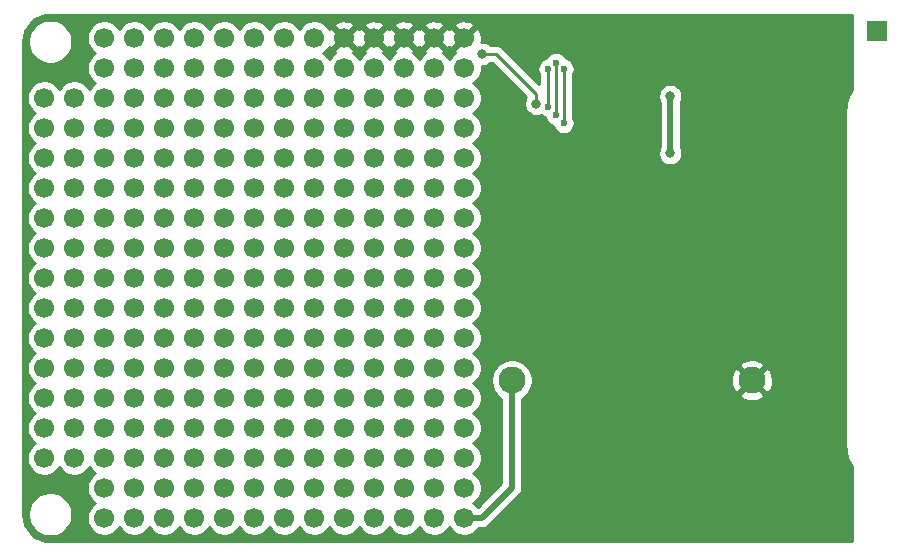
<source format=gbr>
G04 #@! TF.GenerationSoftware,KiCad,Pcbnew,5.1.8-db9833491~87~ubuntu20.04.1*
G04 #@! TF.CreationDate,2020-11-19T11:25:10+01:00*
G04 #@! TF.ProjectId,sally,73616c6c-792e-46b6-9963-61645f706362,v1.0*
G04 #@! TF.SameCoordinates,Original*
G04 #@! TF.FileFunction,Copper,L2,Bot*
G04 #@! TF.FilePolarity,Positive*
%FSLAX46Y46*%
G04 Gerber Fmt 4.6, Leading zero omitted, Abs format (unit mm)*
G04 Created by KiCad (PCBNEW 5.1.8-db9833491~87~ubuntu20.04.1) date 2020-11-19 11:25:10*
%MOMM*%
%LPD*%
G01*
G04 APERTURE LIST*
G04 #@! TA.AperFunction,ComponentPad*
%ADD10R,1.700000X1.700000*%
G04 #@! TD*
G04 #@! TA.AperFunction,ComponentPad*
%ADD11C,2.286000*%
G04 #@! TD*
G04 #@! TA.AperFunction,ComponentPad*
%ADD12C,1.700000*%
G04 #@! TD*
G04 #@! TA.AperFunction,ViaPad*
%ADD13C,0.800000*%
G04 #@! TD*
G04 #@! TA.AperFunction,ViaPad*
%ADD14C,0.600000*%
G04 #@! TD*
G04 #@! TA.AperFunction,Conductor*
%ADD15C,0.250000*%
G04 #@! TD*
G04 #@! TA.AperFunction,Conductor*
%ADD16C,0.500000*%
G04 #@! TD*
G04 #@! TA.AperFunction,Conductor*
%ADD17C,0.254000*%
G04 #@! TD*
G04 #@! TA.AperFunction,Conductor*
%ADD18C,0.100000*%
G04 #@! TD*
G04 APERTURE END LIST*
D10*
X183000000Y-82110000D03*
D11*
X172410000Y-111660000D03*
X152090000Y-111660000D03*
D12*
X145520000Y-115700000D03*
X145520000Y-118240000D03*
X145520000Y-123320000D03*
X145520000Y-113160000D03*
X145520000Y-120780000D03*
X142980000Y-113160000D03*
X142980000Y-118240000D03*
X142980000Y-115700000D03*
X142980000Y-120780000D03*
X142980000Y-123320000D03*
X140440000Y-113160000D03*
X137900000Y-123320000D03*
X137900000Y-120780000D03*
X140440000Y-118240000D03*
X137900000Y-113160000D03*
X140440000Y-115700000D03*
X137900000Y-118240000D03*
X140440000Y-120780000D03*
X137900000Y-115700000D03*
X140440000Y-123320000D03*
X127740000Y-120780000D03*
X135360000Y-113160000D03*
X127740000Y-115700000D03*
X130280000Y-118240000D03*
X132820000Y-123320000D03*
X130280000Y-113160000D03*
X132820000Y-120780000D03*
X127740000Y-113160000D03*
X135360000Y-118240000D03*
X130280000Y-115700000D03*
X132820000Y-113160000D03*
X127740000Y-123320000D03*
X135360000Y-115700000D03*
X132820000Y-118240000D03*
X135360000Y-120780000D03*
X130280000Y-123320000D03*
X132820000Y-115700000D03*
X130280000Y-120780000D03*
X127740000Y-118240000D03*
X135360000Y-123320000D03*
X117580000Y-113160000D03*
X120120000Y-120780000D03*
X117580000Y-115700000D03*
X112500000Y-113160000D03*
X120120000Y-115700000D03*
X115040000Y-113160000D03*
X122660000Y-118240000D03*
X125200000Y-123320000D03*
X122660000Y-113160000D03*
X125200000Y-120780000D03*
X120120000Y-113160000D03*
X122660000Y-115700000D03*
X125200000Y-113160000D03*
X120120000Y-123320000D03*
X125200000Y-118240000D03*
X122660000Y-123320000D03*
X125200000Y-115700000D03*
X112500000Y-115700000D03*
X122660000Y-120780000D03*
X120120000Y-118240000D03*
X115040000Y-115700000D03*
X148060000Y-123320000D03*
X115040000Y-103000000D03*
X120120000Y-105540000D03*
X120120000Y-87760000D03*
X122660000Y-108080000D03*
X112500000Y-103000000D03*
X122660000Y-90300000D03*
X112500000Y-92840000D03*
X125200000Y-103000000D03*
X120120000Y-95380000D03*
X122660000Y-110620000D03*
X122660000Y-82680000D03*
X125200000Y-105540000D03*
X125200000Y-87760000D03*
X120120000Y-110620000D03*
X125200000Y-100460000D03*
X125200000Y-90300000D03*
X112500000Y-108080000D03*
X117580000Y-108080000D03*
X125200000Y-85220000D03*
X122660000Y-103000000D03*
X115040000Y-105540000D03*
X117580000Y-95380000D03*
X125200000Y-95380000D03*
X125200000Y-97920000D03*
X115040000Y-95380000D03*
X112500000Y-110620000D03*
X120120000Y-100460000D03*
X125200000Y-108080000D03*
X112500000Y-95380000D03*
X120120000Y-92840000D03*
X117580000Y-97920000D03*
X120120000Y-85220000D03*
X120120000Y-97920000D03*
X112500000Y-105540000D03*
X122660000Y-100460000D03*
X125200000Y-110620000D03*
X117580000Y-105540000D03*
X122660000Y-105540000D03*
X122660000Y-97920000D03*
X115040000Y-97920000D03*
X115040000Y-90300000D03*
X125200000Y-92840000D03*
X122660000Y-92840000D03*
X117580000Y-92840000D03*
X115040000Y-100460000D03*
X120120000Y-103000000D03*
X122660000Y-95380000D03*
X115040000Y-110620000D03*
X117580000Y-110620000D03*
X122660000Y-85220000D03*
X120120000Y-90300000D03*
X112500000Y-90300000D03*
X112500000Y-100460000D03*
X117580000Y-103000000D03*
X120120000Y-108080000D03*
X115040000Y-108080000D03*
X115040000Y-92840000D03*
X117580000Y-100460000D03*
X125200000Y-82680000D03*
X122660000Y-87760000D03*
X120120000Y-82680000D03*
X117580000Y-90300000D03*
X112500000Y-97920000D03*
X135360000Y-92840000D03*
X135360000Y-110620000D03*
X127740000Y-105540000D03*
X127740000Y-87760000D03*
X130280000Y-108080000D03*
X135360000Y-97920000D03*
X130280000Y-90300000D03*
X132820000Y-103000000D03*
X127740000Y-95380000D03*
X130280000Y-110620000D03*
X130280000Y-82680000D03*
X135360000Y-108080000D03*
X132820000Y-105540000D03*
X135360000Y-103000000D03*
X132820000Y-87760000D03*
X127740000Y-110620000D03*
X132820000Y-100460000D03*
X132820000Y-90300000D03*
X132820000Y-85220000D03*
X130280000Y-103000000D03*
X132820000Y-95380000D03*
X132820000Y-97920000D03*
X135360000Y-85220000D03*
X135360000Y-105540000D03*
X127740000Y-100460000D03*
X132820000Y-108080000D03*
X127740000Y-92840000D03*
X127740000Y-85220000D03*
X127740000Y-97920000D03*
X130280000Y-100460000D03*
X132820000Y-110620000D03*
X130280000Y-105540000D03*
X130280000Y-97920000D03*
X132820000Y-92840000D03*
X130280000Y-92840000D03*
X127740000Y-103000000D03*
X130280000Y-95380000D03*
X130280000Y-85220000D03*
X135360000Y-95380000D03*
X135360000Y-100460000D03*
X127740000Y-90300000D03*
X127740000Y-108080000D03*
X135360000Y-90300000D03*
X132820000Y-82680000D03*
X130280000Y-87760000D03*
X127740000Y-82680000D03*
X135360000Y-87760000D03*
X135360000Y-82680000D03*
X140440000Y-92840000D03*
X140440000Y-110620000D03*
X140440000Y-97920000D03*
X137900000Y-103000000D03*
X140440000Y-108080000D03*
X137900000Y-105540000D03*
X140440000Y-103000000D03*
X137900000Y-87760000D03*
X137900000Y-100460000D03*
X137900000Y-90300000D03*
X137900000Y-85220000D03*
X137900000Y-95380000D03*
X137900000Y-97920000D03*
X140440000Y-85220000D03*
X140440000Y-105540000D03*
X137900000Y-108080000D03*
X137900000Y-110620000D03*
X137900000Y-92840000D03*
X140440000Y-95380000D03*
X140440000Y-100460000D03*
X140440000Y-90300000D03*
X137900000Y-82680000D03*
X140440000Y-87760000D03*
X140440000Y-82680000D03*
X142980000Y-92840000D03*
X142980000Y-110620000D03*
X142980000Y-97920000D03*
X142980000Y-108080000D03*
X142980000Y-103000000D03*
X142980000Y-85220000D03*
X142980000Y-105540000D03*
X142980000Y-95380000D03*
X142980000Y-100460000D03*
X142980000Y-90300000D03*
X142980000Y-87760000D03*
X142980000Y-82680000D03*
X145520000Y-108080000D03*
X145520000Y-100460000D03*
X145520000Y-110620000D03*
X145520000Y-105540000D03*
X145520000Y-103000000D03*
X145520000Y-97920000D03*
X145520000Y-92840000D03*
X145520000Y-95380000D03*
X145520000Y-90300000D03*
X145520000Y-87760000D03*
X145520000Y-85220000D03*
X145520000Y-82680000D03*
X148060000Y-120780000D03*
X148060000Y-118240000D03*
X148060000Y-115700000D03*
X148060000Y-113160000D03*
X148060000Y-110620000D03*
X148060000Y-108080000D03*
X148060000Y-105540000D03*
X148060000Y-103000000D03*
X148060000Y-100460000D03*
X148060000Y-97920000D03*
X148060000Y-95380000D03*
X148060000Y-92840000D03*
X148060000Y-90300000D03*
X148060000Y-87760000D03*
X148060000Y-85220000D03*
X148060000Y-82680000D03*
X117580000Y-87760000D03*
X117580000Y-82680000D03*
X117580000Y-85220000D03*
X112500000Y-87760000D03*
X115040000Y-87760000D03*
X117580000Y-120780000D03*
X117580000Y-123320000D03*
X115040000Y-118240000D03*
X112500000Y-118240000D03*
X117580000Y-118240000D03*
D13*
X162439999Y-96480000D03*
X154742490Y-97370004D03*
X158230000Y-100490002D03*
D14*
X156480000Y-91220000D03*
D13*
X178550000Y-83609998D03*
X159512000Y-87604600D03*
X162449994Y-82500000D03*
X159750000Y-94200000D03*
D14*
X155175000Y-85300000D03*
X155175000Y-88500000D03*
X155825000Y-84800000D03*
X155825000Y-89200000D03*
X156475000Y-85300000D03*
X156475000Y-89900000D03*
D13*
X165500050Y-87600000D03*
X165500000Y-92424988D03*
X154158387Y-88266918D03*
X149600000Y-84025002D03*
D15*
X155175000Y-85300000D02*
X155175000Y-88500000D01*
X155825000Y-84800000D02*
X155825000Y-89200000D01*
X156475000Y-85300000D02*
X156475000Y-89900000D01*
D16*
X149520000Y-123320000D02*
X148060000Y-123320000D01*
X152090000Y-111660000D02*
X152090000Y-120750000D01*
X152090000Y-120750000D02*
X149520000Y-123320000D01*
D15*
X165500050Y-92424938D02*
X165500000Y-92424988D01*
D16*
X165500050Y-87600000D02*
X165500050Y-92424938D01*
D15*
X150750002Y-84025002D02*
X149600000Y-84025002D01*
X154158387Y-88266918D02*
X154158387Y-87433387D01*
X154158387Y-87433387D02*
X150750002Y-84025002D01*
D17*
X180873000Y-87009026D02*
X180599469Y-87523465D01*
X180574952Y-87582947D01*
X180549596Y-87642107D01*
X180546665Y-87651577D01*
X180377438Y-88212085D01*
X180364937Y-88275221D01*
X180351560Y-88338154D01*
X180350524Y-88348013D01*
X180293439Y-88930210D01*
X180290000Y-88965124D01*
X180290001Y-117034877D01*
X180293125Y-117066601D01*
X180292995Y-117085293D01*
X180293962Y-117095159D01*
X180355163Y-117677449D01*
X180368104Y-117740493D01*
X180380161Y-117803697D01*
X180383025Y-117813179D01*
X180383026Y-117813186D01*
X180383029Y-117813192D01*
X180556164Y-118372501D01*
X180581093Y-118431805D01*
X180605206Y-118491487D01*
X180609860Y-118500239D01*
X180873000Y-118986908D01*
X180873000Y-125290000D01*
X113034721Y-125290000D01*
X112555867Y-125243048D01*
X112128647Y-125114063D01*
X111734616Y-124904554D01*
X111388786Y-124622501D01*
X111104328Y-124278651D01*
X110892073Y-123886093D01*
X110760109Y-123459788D01*
X110710000Y-122983036D01*
X110710000Y-122814344D01*
X111115000Y-122814344D01*
X111115000Y-123185656D01*
X111187439Y-123549834D01*
X111329534Y-123892882D01*
X111535825Y-124201618D01*
X111798382Y-124464175D01*
X112107118Y-124670466D01*
X112450166Y-124812561D01*
X112814344Y-124885000D01*
X113185656Y-124885000D01*
X113549834Y-124812561D01*
X113892882Y-124670466D01*
X114201618Y-124464175D01*
X114464175Y-124201618D01*
X114670466Y-123892882D01*
X114812561Y-123549834D01*
X114885000Y-123185656D01*
X114885000Y-122814344D01*
X114812561Y-122450166D01*
X114670466Y-122107118D01*
X114464175Y-121798382D01*
X114201618Y-121535825D01*
X113892882Y-121329534D01*
X113549834Y-121187439D01*
X113185656Y-121115000D01*
X112814344Y-121115000D01*
X112450166Y-121187439D01*
X112107118Y-121329534D01*
X111798382Y-121535825D01*
X111535825Y-121798382D01*
X111329534Y-122107118D01*
X111187439Y-122450166D01*
X111115000Y-122814344D01*
X110710000Y-122814344D01*
X110710000Y-87613740D01*
X111015000Y-87613740D01*
X111015000Y-87906260D01*
X111072068Y-88193158D01*
X111184010Y-88463411D01*
X111346525Y-88706632D01*
X111553368Y-88913475D01*
X111727760Y-89030000D01*
X111553368Y-89146525D01*
X111346525Y-89353368D01*
X111184010Y-89596589D01*
X111072068Y-89866842D01*
X111015000Y-90153740D01*
X111015000Y-90446260D01*
X111072068Y-90733158D01*
X111184010Y-91003411D01*
X111346525Y-91246632D01*
X111553368Y-91453475D01*
X111727760Y-91570000D01*
X111553368Y-91686525D01*
X111346525Y-91893368D01*
X111184010Y-92136589D01*
X111072068Y-92406842D01*
X111015000Y-92693740D01*
X111015000Y-92986260D01*
X111072068Y-93273158D01*
X111184010Y-93543411D01*
X111346525Y-93786632D01*
X111553368Y-93993475D01*
X111727760Y-94110000D01*
X111553368Y-94226525D01*
X111346525Y-94433368D01*
X111184010Y-94676589D01*
X111072068Y-94946842D01*
X111015000Y-95233740D01*
X111015000Y-95526260D01*
X111072068Y-95813158D01*
X111184010Y-96083411D01*
X111346525Y-96326632D01*
X111553368Y-96533475D01*
X111727760Y-96650000D01*
X111553368Y-96766525D01*
X111346525Y-96973368D01*
X111184010Y-97216589D01*
X111072068Y-97486842D01*
X111015000Y-97773740D01*
X111015000Y-98066260D01*
X111072068Y-98353158D01*
X111184010Y-98623411D01*
X111346525Y-98866632D01*
X111553368Y-99073475D01*
X111727760Y-99190000D01*
X111553368Y-99306525D01*
X111346525Y-99513368D01*
X111184010Y-99756589D01*
X111072068Y-100026842D01*
X111015000Y-100313740D01*
X111015000Y-100606260D01*
X111072068Y-100893158D01*
X111184010Y-101163411D01*
X111346525Y-101406632D01*
X111553368Y-101613475D01*
X111727760Y-101730000D01*
X111553368Y-101846525D01*
X111346525Y-102053368D01*
X111184010Y-102296589D01*
X111072068Y-102566842D01*
X111015000Y-102853740D01*
X111015000Y-103146260D01*
X111072068Y-103433158D01*
X111184010Y-103703411D01*
X111346525Y-103946632D01*
X111553368Y-104153475D01*
X111727760Y-104270000D01*
X111553368Y-104386525D01*
X111346525Y-104593368D01*
X111184010Y-104836589D01*
X111072068Y-105106842D01*
X111015000Y-105393740D01*
X111015000Y-105686260D01*
X111072068Y-105973158D01*
X111184010Y-106243411D01*
X111346525Y-106486632D01*
X111553368Y-106693475D01*
X111727760Y-106810000D01*
X111553368Y-106926525D01*
X111346525Y-107133368D01*
X111184010Y-107376589D01*
X111072068Y-107646842D01*
X111015000Y-107933740D01*
X111015000Y-108226260D01*
X111072068Y-108513158D01*
X111184010Y-108783411D01*
X111346525Y-109026632D01*
X111553368Y-109233475D01*
X111727760Y-109350000D01*
X111553368Y-109466525D01*
X111346525Y-109673368D01*
X111184010Y-109916589D01*
X111072068Y-110186842D01*
X111015000Y-110473740D01*
X111015000Y-110766260D01*
X111072068Y-111053158D01*
X111184010Y-111323411D01*
X111346525Y-111566632D01*
X111553368Y-111773475D01*
X111727760Y-111890000D01*
X111553368Y-112006525D01*
X111346525Y-112213368D01*
X111184010Y-112456589D01*
X111072068Y-112726842D01*
X111015000Y-113013740D01*
X111015000Y-113306260D01*
X111072068Y-113593158D01*
X111184010Y-113863411D01*
X111346525Y-114106632D01*
X111553368Y-114313475D01*
X111727760Y-114430000D01*
X111553368Y-114546525D01*
X111346525Y-114753368D01*
X111184010Y-114996589D01*
X111072068Y-115266842D01*
X111015000Y-115553740D01*
X111015000Y-115846260D01*
X111072068Y-116133158D01*
X111184010Y-116403411D01*
X111346525Y-116646632D01*
X111553368Y-116853475D01*
X111727760Y-116970000D01*
X111553368Y-117086525D01*
X111346525Y-117293368D01*
X111184010Y-117536589D01*
X111072068Y-117806842D01*
X111015000Y-118093740D01*
X111015000Y-118386260D01*
X111072068Y-118673158D01*
X111184010Y-118943411D01*
X111346525Y-119186632D01*
X111553368Y-119393475D01*
X111796589Y-119555990D01*
X112066842Y-119667932D01*
X112353740Y-119725000D01*
X112646260Y-119725000D01*
X112933158Y-119667932D01*
X113203411Y-119555990D01*
X113446632Y-119393475D01*
X113653475Y-119186632D01*
X113770000Y-119012240D01*
X113886525Y-119186632D01*
X114093368Y-119393475D01*
X114336589Y-119555990D01*
X114606842Y-119667932D01*
X114893740Y-119725000D01*
X115186260Y-119725000D01*
X115473158Y-119667932D01*
X115743411Y-119555990D01*
X115986632Y-119393475D01*
X116193475Y-119186632D01*
X116310000Y-119012240D01*
X116426525Y-119186632D01*
X116633368Y-119393475D01*
X116807760Y-119510000D01*
X116633368Y-119626525D01*
X116426525Y-119833368D01*
X116264010Y-120076589D01*
X116152068Y-120346842D01*
X116095000Y-120633740D01*
X116095000Y-120926260D01*
X116152068Y-121213158D01*
X116264010Y-121483411D01*
X116426525Y-121726632D01*
X116633368Y-121933475D01*
X116807760Y-122050000D01*
X116633368Y-122166525D01*
X116426525Y-122373368D01*
X116264010Y-122616589D01*
X116152068Y-122886842D01*
X116095000Y-123173740D01*
X116095000Y-123466260D01*
X116152068Y-123753158D01*
X116264010Y-124023411D01*
X116426525Y-124266632D01*
X116633368Y-124473475D01*
X116876589Y-124635990D01*
X117146842Y-124747932D01*
X117433740Y-124805000D01*
X117726260Y-124805000D01*
X118013158Y-124747932D01*
X118283411Y-124635990D01*
X118526632Y-124473475D01*
X118733475Y-124266632D01*
X118850000Y-124092240D01*
X118966525Y-124266632D01*
X119173368Y-124473475D01*
X119416589Y-124635990D01*
X119686842Y-124747932D01*
X119973740Y-124805000D01*
X120266260Y-124805000D01*
X120553158Y-124747932D01*
X120823411Y-124635990D01*
X121066632Y-124473475D01*
X121273475Y-124266632D01*
X121390000Y-124092240D01*
X121506525Y-124266632D01*
X121713368Y-124473475D01*
X121956589Y-124635990D01*
X122226842Y-124747932D01*
X122513740Y-124805000D01*
X122806260Y-124805000D01*
X123093158Y-124747932D01*
X123363411Y-124635990D01*
X123606632Y-124473475D01*
X123813475Y-124266632D01*
X123930000Y-124092240D01*
X124046525Y-124266632D01*
X124253368Y-124473475D01*
X124496589Y-124635990D01*
X124766842Y-124747932D01*
X125053740Y-124805000D01*
X125346260Y-124805000D01*
X125633158Y-124747932D01*
X125903411Y-124635990D01*
X126146632Y-124473475D01*
X126353475Y-124266632D01*
X126470000Y-124092240D01*
X126586525Y-124266632D01*
X126793368Y-124473475D01*
X127036589Y-124635990D01*
X127306842Y-124747932D01*
X127593740Y-124805000D01*
X127886260Y-124805000D01*
X128173158Y-124747932D01*
X128443411Y-124635990D01*
X128686632Y-124473475D01*
X128893475Y-124266632D01*
X129010000Y-124092240D01*
X129126525Y-124266632D01*
X129333368Y-124473475D01*
X129576589Y-124635990D01*
X129846842Y-124747932D01*
X130133740Y-124805000D01*
X130426260Y-124805000D01*
X130713158Y-124747932D01*
X130983411Y-124635990D01*
X131226632Y-124473475D01*
X131433475Y-124266632D01*
X131550000Y-124092240D01*
X131666525Y-124266632D01*
X131873368Y-124473475D01*
X132116589Y-124635990D01*
X132386842Y-124747932D01*
X132673740Y-124805000D01*
X132966260Y-124805000D01*
X133253158Y-124747932D01*
X133523411Y-124635990D01*
X133766632Y-124473475D01*
X133973475Y-124266632D01*
X134090000Y-124092240D01*
X134206525Y-124266632D01*
X134413368Y-124473475D01*
X134656589Y-124635990D01*
X134926842Y-124747932D01*
X135213740Y-124805000D01*
X135506260Y-124805000D01*
X135793158Y-124747932D01*
X136063411Y-124635990D01*
X136306632Y-124473475D01*
X136513475Y-124266632D01*
X136630000Y-124092240D01*
X136746525Y-124266632D01*
X136953368Y-124473475D01*
X137196589Y-124635990D01*
X137466842Y-124747932D01*
X137753740Y-124805000D01*
X138046260Y-124805000D01*
X138333158Y-124747932D01*
X138603411Y-124635990D01*
X138846632Y-124473475D01*
X139053475Y-124266632D01*
X139170000Y-124092240D01*
X139286525Y-124266632D01*
X139493368Y-124473475D01*
X139736589Y-124635990D01*
X140006842Y-124747932D01*
X140293740Y-124805000D01*
X140586260Y-124805000D01*
X140873158Y-124747932D01*
X141143411Y-124635990D01*
X141386632Y-124473475D01*
X141593475Y-124266632D01*
X141710000Y-124092240D01*
X141826525Y-124266632D01*
X142033368Y-124473475D01*
X142276589Y-124635990D01*
X142546842Y-124747932D01*
X142833740Y-124805000D01*
X143126260Y-124805000D01*
X143413158Y-124747932D01*
X143683411Y-124635990D01*
X143926632Y-124473475D01*
X144133475Y-124266632D01*
X144250000Y-124092240D01*
X144366525Y-124266632D01*
X144573368Y-124473475D01*
X144816589Y-124635990D01*
X145086842Y-124747932D01*
X145373740Y-124805000D01*
X145666260Y-124805000D01*
X145953158Y-124747932D01*
X146223411Y-124635990D01*
X146466632Y-124473475D01*
X146673475Y-124266632D01*
X146790000Y-124092240D01*
X146906525Y-124266632D01*
X147113368Y-124473475D01*
X147356589Y-124635990D01*
X147626842Y-124747932D01*
X147913740Y-124805000D01*
X148206260Y-124805000D01*
X148493158Y-124747932D01*
X148763411Y-124635990D01*
X149006632Y-124473475D01*
X149213475Y-124266632D01*
X149254656Y-124205000D01*
X149476531Y-124205000D01*
X149520000Y-124209281D01*
X149563469Y-124205000D01*
X149563477Y-124205000D01*
X149693490Y-124192195D01*
X149860313Y-124141589D01*
X150014059Y-124059411D01*
X150148817Y-123948817D01*
X150176534Y-123915044D01*
X152685049Y-121406530D01*
X152718817Y-121378817D01*
X152829411Y-121244059D01*
X152911589Y-121090313D01*
X152962195Y-120923490D01*
X152975000Y-120793477D01*
X152975000Y-120793469D01*
X152979281Y-120750000D01*
X152975000Y-120706531D01*
X152975000Y-113207044D01*
X153223409Y-113041063D01*
X153367112Y-112897360D01*
X171352245Y-112897360D01*
X171465264Y-113176384D01*
X171779249Y-113331556D01*
X172117473Y-113422491D01*
X172466938Y-113445694D01*
X172814216Y-113400275D01*
X173145960Y-113287977D01*
X173354736Y-113176384D01*
X173467755Y-112897360D01*
X172410000Y-111839605D01*
X171352245Y-112897360D01*
X153367112Y-112897360D01*
X153471063Y-112793409D01*
X153665643Y-112502199D01*
X153799672Y-112178623D01*
X153868000Y-111835118D01*
X153868000Y-111716938D01*
X170624306Y-111716938D01*
X170669725Y-112064216D01*
X170782023Y-112395960D01*
X170893616Y-112604736D01*
X171172640Y-112717755D01*
X172230395Y-111660000D01*
X172589605Y-111660000D01*
X173647360Y-112717755D01*
X173926384Y-112604736D01*
X174081556Y-112290751D01*
X174172491Y-111952527D01*
X174195694Y-111603062D01*
X174150275Y-111255784D01*
X174037977Y-110924040D01*
X173926384Y-110715264D01*
X173647360Y-110602245D01*
X172589605Y-111660000D01*
X172230395Y-111660000D01*
X171172640Y-110602245D01*
X170893616Y-110715264D01*
X170738444Y-111029249D01*
X170647509Y-111367473D01*
X170624306Y-111716938D01*
X153868000Y-111716938D01*
X153868000Y-111484882D01*
X153799672Y-111141377D01*
X153665643Y-110817801D01*
X153471063Y-110526591D01*
X153367112Y-110422640D01*
X171352245Y-110422640D01*
X172410000Y-111480395D01*
X173467755Y-110422640D01*
X173354736Y-110143616D01*
X173040751Y-109988444D01*
X172702527Y-109897509D01*
X172353062Y-109874306D01*
X172005784Y-109919725D01*
X171674040Y-110032023D01*
X171465264Y-110143616D01*
X171352245Y-110422640D01*
X153367112Y-110422640D01*
X153223409Y-110278937D01*
X152932199Y-110084357D01*
X152608623Y-109950328D01*
X152265118Y-109882000D01*
X151914882Y-109882000D01*
X151571377Y-109950328D01*
X151247801Y-110084357D01*
X150956591Y-110278937D01*
X150708937Y-110526591D01*
X150514357Y-110817801D01*
X150380328Y-111141377D01*
X150312000Y-111484882D01*
X150312000Y-111835118D01*
X150380328Y-112178623D01*
X150514357Y-112502199D01*
X150708937Y-112793409D01*
X150956591Y-113041063D01*
X151205000Y-113207044D01*
X151205001Y-120383420D01*
X149214107Y-122374314D01*
X149213475Y-122373368D01*
X149006632Y-122166525D01*
X148832240Y-122050000D01*
X149006632Y-121933475D01*
X149213475Y-121726632D01*
X149375990Y-121483411D01*
X149487932Y-121213158D01*
X149545000Y-120926260D01*
X149545000Y-120633740D01*
X149487932Y-120346842D01*
X149375990Y-120076589D01*
X149213475Y-119833368D01*
X149006632Y-119626525D01*
X148832240Y-119510000D01*
X149006632Y-119393475D01*
X149213475Y-119186632D01*
X149375990Y-118943411D01*
X149487932Y-118673158D01*
X149545000Y-118386260D01*
X149545000Y-118093740D01*
X149487932Y-117806842D01*
X149375990Y-117536589D01*
X149213475Y-117293368D01*
X149006632Y-117086525D01*
X148832240Y-116970000D01*
X149006632Y-116853475D01*
X149213475Y-116646632D01*
X149375990Y-116403411D01*
X149487932Y-116133158D01*
X149545000Y-115846260D01*
X149545000Y-115553740D01*
X149487932Y-115266842D01*
X149375990Y-114996589D01*
X149213475Y-114753368D01*
X149006632Y-114546525D01*
X148832240Y-114430000D01*
X149006632Y-114313475D01*
X149213475Y-114106632D01*
X149375990Y-113863411D01*
X149487932Y-113593158D01*
X149545000Y-113306260D01*
X149545000Y-113013740D01*
X149487932Y-112726842D01*
X149375990Y-112456589D01*
X149213475Y-112213368D01*
X149006632Y-112006525D01*
X148832240Y-111890000D01*
X149006632Y-111773475D01*
X149213475Y-111566632D01*
X149375990Y-111323411D01*
X149487932Y-111053158D01*
X149545000Y-110766260D01*
X149545000Y-110473740D01*
X149487932Y-110186842D01*
X149375990Y-109916589D01*
X149213475Y-109673368D01*
X149006632Y-109466525D01*
X148832240Y-109350000D01*
X149006632Y-109233475D01*
X149213475Y-109026632D01*
X149375990Y-108783411D01*
X149487932Y-108513158D01*
X149545000Y-108226260D01*
X149545000Y-107933740D01*
X149487932Y-107646842D01*
X149375990Y-107376589D01*
X149213475Y-107133368D01*
X149006632Y-106926525D01*
X148832240Y-106810000D01*
X149006632Y-106693475D01*
X149213475Y-106486632D01*
X149375990Y-106243411D01*
X149487932Y-105973158D01*
X149545000Y-105686260D01*
X149545000Y-105393740D01*
X149487932Y-105106842D01*
X149375990Y-104836589D01*
X149213475Y-104593368D01*
X149006632Y-104386525D01*
X148832240Y-104270000D01*
X149006632Y-104153475D01*
X149213475Y-103946632D01*
X149375990Y-103703411D01*
X149487932Y-103433158D01*
X149545000Y-103146260D01*
X149545000Y-102853740D01*
X149487932Y-102566842D01*
X149375990Y-102296589D01*
X149213475Y-102053368D01*
X149006632Y-101846525D01*
X148832240Y-101730000D01*
X149006632Y-101613475D01*
X149213475Y-101406632D01*
X149375990Y-101163411D01*
X149487932Y-100893158D01*
X149545000Y-100606260D01*
X149545000Y-100313740D01*
X149487932Y-100026842D01*
X149375990Y-99756589D01*
X149213475Y-99513368D01*
X149006632Y-99306525D01*
X148832240Y-99190000D01*
X149006632Y-99073475D01*
X149213475Y-98866632D01*
X149375990Y-98623411D01*
X149487932Y-98353158D01*
X149545000Y-98066260D01*
X149545000Y-97773740D01*
X149487932Y-97486842D01*
X149375990Y-97216589D01*
X149213475Y-96973368D01*
X149006632Y-96766525D01*
X148832240Y-96650000D01*
X149006632Y-96533475D01*
X149213475Y-96326632D01*
X149375990Y-96083411D01*
X149487932Y-95813158D01*
X149545000Y-95526260D01*
X149545000Y-95233740D01*
X149487932Y-94946842D01*
X149375990Y-94676589D01*
X149213475Y-94433368D01*
X149006632Y-94226525D01*
X148832240Y-94110000D01*
X149006632Y-93993475D01*
X149213475Y-93786632D01*
X149375990Y-93543411D01*
X149487932Y-93273158D01*
X149545000Y-92986260D01*
X149545000Y-92693740D01*
X149487932Y-92406842D01*
X149453224Y-92323049D01*
X164465000Y-92323049D01*
X164465000Y-92526927D01*
X164504774Y-92726886D01*
X164582795Y-92915244D01*
X164696063Y-93084762D01*
X164840226Y-93228925D01*
X165009744Y-93342193D01*
X165198102Y-93420214D01*
X165398061Y-93459988D01*
X165601939Y-93459988D01*
X165801898Y-93420214D01*
X165990256Y-93342193D01*
X166159774Y-93228925D01*
X166303937Y-93084762D01*
X166417205Y-92915244D01*
X166495226Y-92726886D01*
X166535000Y-92526927D01*
X166535000Y-92323049D01*
X166495226Y-92123090D01*
X166417205Y-91934732D01*
X166385050Y-91886609D01*
X166385050Y-88138454D01*
X166417255Y-88090256D01*
X166495276Y-87901898D01*
X166535050Y-87701939D01*
X166535050Y-87498061D01*
X166495276Y-87298102D01*
X166417255Y-87109744D01*
X166303987Y-86940226D01*
X166159824Y-86796063D01*
X165990306Y-86682795D01*
X165801948Y-86604774D01*
X165601989Y-86565000D01*
X165398111Y-86565000D01*
X165198152Y-86604774D01*
X165009794Y-86682795D01*
X164840276Y-86796063D01*
X164696113Y-86940226D01*
X164582845Y-87109744D01*
X164504824Y-87298102D01*
X164465050Y-87498061D01*
X164465050Y-87701939D01*
X164504824Y-87901898D01*
X164582845Y-88090256D01*
X164615050Y-88138454D01*
X164615051Y-91886458D01*
X164582795Y-91934732D01*
X164504774Y-92123090D01*
X164465000Y-92323049D01*
X149453224Y-92323049D01*
X149375990Y-92136589D01*
X149213475Y-91893368D01*
X149006632Y-91686525D01*
X148832240Y-91570000D01*
X149006632Y-91453475D01*
X149213475Y-91246632D01*
X149375990Y-91003411D01*
X149487932Y-90733158D01*
X149545000Y-90446260D01*
X149545000Y-90153740D01*
X149487932Y-89866842D01*
X149375990Y-89596589D01*
X149213475Y-89353368D01*
X149006632Y-89146525D01*
X148832240Y-89030000D01*
X149006632Y-88913475D01*
X149213475Y-88706632D01*
X149375990Y-88463411D01*
X149487932Y-88193158D01*
X149545000Y-87906260D01*
X149545000Y-87613740D01*
X149487932Y-87326842D01*
X149375990Y-87056589D01*
X149213475Y-86813368D01*
X149006632Y-86606525D01*
X148832240Y-86490000D01*
X149006632Y-86373475D01*
X149213475Y-86166632D01*
X149375990Y-85923411D01*
X149487932Y-85653158D01*
X149545000Y-85366260D01*
X149545000Y-85073740D01*
X149542267Y-85060002D01*
X149701939Y-85060002D01*
X149901898Y-85020228D01*
X150090256Y-84942207D01*
X150259774Y-84828939D01*
X150303711Y-84785002D01*
X150435201Y-84785002D01*
X153315554Y-87665356D01*
X153241182Y-87776662D01*
X153163161Y-87965020D01*
X153123387Y-88164979D01*
X153123387Y-88368857D01*
X153163161Y-88568816D01*
X153241182Y-88757174D01*
X153354450Y-88926692D01*
X153498613Y-89070855D01*
X153668131Y-89184123D01*
X153856489Y-89262144D01*
X154056448Y-89301918D01*
X154260326Y-89301918D01*
X154460285Y-89262144D01*
X154569582Y-89216872D01*
X154578972Y-89226262D01*
X154732111Y-89328586D01*
X154902271Y-89399068D01*
X154911651Y-89400934D01*
X154925932Y-89472729D01*
X154996414Y-89642889D01*
X155098738Y-89796028D01*
X155228972Y-89926262D01*
X155382111Y-90028586D01*
X155552271Y-90099068D01*
X155561651Y-90100934D01*
X155575932Y-90172729D01*
X155646414Y-90342889D01*
X155748738Y-90496028D01*
X155878972Y-90626262D01*
X156032111Y-90728586D01*
X156202271Y-90799068D01*
X156382911Y-90835000D01*
X156567089Y-90835000D01*
X156747729Y-90799068D01*
X156917889Y-90728586D01*
X157071028Y-90626262D01*
X157201262Y-90496028D01*
X157303586Y-90342889D01*
X157374068Y-90172729D01*
X157410000Y-89992089D01*
X157410000Y-89807911D01*
X157374068Y-89627271D01*
X157303586Y-89457111D01*
X157235000Y-89354465D01*
X157235000Y-85845535D01*
X157303586Y-85742889D01*
X157374068Y-85572729D01*
X157410000Y-85392089D01*
X157410000Y-85207911D01*
X157374068Y-85027271D01*
X157303586Y-84857111D01*
X157201262Y-84703972D01*
X157071028Y-84573738D01*
X156917889Y-84471414D01*
X156747729Y-84400932D01*
X156664914Y-84384459D01*
X156653586Y-84357111D01*
X156551262Y-84203972D01*
X156421028Y-84073738D01*
X156267889Y-83971414D01*
X156097729Y-83900932D01*
X155917089Y-83865000D01*
X155732911Y-83865000D01*
X155552271Y-83900932D01*
X155382111Y-83971414D01*
X155228972Y-84073738D01*
X155098738Y-84203972D01*
X154996414Y-84357111D01*
X154985086Y-84384459D01*
X154902271Y-84400932D01*
X154732111Y-84471414D01*
X154578972Y-84573738D01*
X154448738Y-84703972D01*
X154346414Y-84857111D01*
X154275932Y-85027271D01*
X154240000Y-85207911D01*
X154240000Y-85392089D01*
X154275932Y-85572729D01*
X154346414Y-85742889D01*
X154415000Y-85845536D01*
X154415000Y-86615199D01*
X151313806Y-83514005D01*
X151290003Y-83485001D01*
X151174278Y-83390028D01*
X151042249Y-83319456D01*
X150898988Y-83275999D01*
X150787335Y-83265002D01*
X150787324Y-83265002D01*
X150750002Y-83261326D01*
X150712680Y-83265002D01*
X150303711Y-83265002D01*
X150259774Y-83221065D01*
X150090256Y-83107797D01*
X149901898Y-83029776D01*
X149701939Y-82990002D01*
X149513405Y-82990002D01*
X149535339Y-82903589D01*
X149550611Y-82611469D01*
X149508599Y-82321981D01*
X149410919Y-82046253D01*
X149337472Y-81908843D01*
X149088397Y-81831208D01*
X148239605Y-82680000D01*
X148253748Y-82694143D01*
X148074143Y-82873748D01*
X148060000Y-82859605D01*
X147211208Y-83708397D01*
X147286729Y-83950689D01*
X147113368Y-84066525D01*
X146906525Y-84273368D01*
X146790000Y-84447760D01*
X146673475Y-84273368D01*
X146466632Y-84066525D01*
X146293271Y-83950689D01*
X146368792Y-83708397D01*
X145520000Y-82859605D01*
X144671208Y-83708397D01*
X144746729Y-83950689D01*
X144573368Y-84066525D01*
X144366525Y-84273368D01*
X144250000Y-84447760D01*
X144133475Y-84273368D01*
X143926632Y-84066525D01*
X143753271Y-83950689D01*
X143828792Y-83708397D01*
X142980000Y-82859605D01*
X142131208Y-83708397D01*
X142206729Y-83950689D01*
X142033368Y-84066525D01*
X141826525Y-84273368D01*
X141710000Y-84447760D01*
X141593475Y-84273368D01*
X141386632Y-84066525D01*
X141213271Y-83950689D01*
X141288792Y-83708397D01*
X140440000Y-82859605D01*
X139591208Y-83708397D01*
X139666729Y-83950689D01*
X139493368Y-84066525D01*
X139286525Y-84273368D01*
X139170000Y-84447760D01*
X139053475Y-84273368D01*
X138846632Y-84066525D01*
X138673271Y-83950689D01*
X138748792Y-83708397D01*
X137900000Y-82859605D01*
X137051208Y-83708397D01*
X137126729Y-83950689D01*
X136953368Y-84066525D01*
X136746525Y-84273368D01*
X136630000Y-84447760D01*
X136513475Y-84273368D01*
X136306632Y-84066525D01*
X136132240Y-83950000D01*
X136306632Y-83833475D01*
X136513475Y-83626632D01*
X136629311Y-83453271D01*
X136871603Y-83528792D01*
X137720395Y-82680000D01*
X138079605Y-82680000D01*
X138928397Y-83528792D01*
X139170000Y-83453486D01*
X139411603Y-83528792D01*
X140260395Y-82680000D01*
X140619605Y-82680000D01*
X141468397Y-83528792D01*
X141710000Y-83453486D01*
X141951603Y-83528792D01*
X142800395Y-82680000D01*
X143159605Y-82680000D01*
X144008397Y-83528792D01*
X144250000Y-83453486D01*
X144491603Y-83528792D01*
X145340395Y-82680000D01*
X145699605Y-82680000D01*
X146548397Y-83528792D01*
X146790000Y-83453486D01*
X147031603Y-83528792D01*
X147880395Y-82680000D01*
X147031603Y-81831208D01*
X146790000Y-81906514D01*
X146548397Y-81831208D01*
X145699605Y-82680000D01*
X145340395Y-82680000D01*
X144491603Y-81831208D01*
X144250000Y-81906514D01*
X144008397Y-81831208D01*
X143159605Y-82680000D01*
X142800395Y-82680000D01*
X141951603Y-81831208D01*
X141710000Y-81906514D01*
X141468397Y-81831208D01*
X140619605Y-82680000D01*
X140260395Y-82680000D01*
X139411603Y-81831208D01*
X139170000Y-81906514D01*
X138928397Y-81831208D01*
X138079605Y-82680000D01*
X137720395Y-82680000D01*
X136871603Y-81831208D01*
X136629311Y-81906729D01*
X136513475Y-81733368D01*
X136431710Y-81651603D01*
X137051208Y-81651603D01*
X137900000Y-82500395D01*
X138748792Y-81651603D01*
X139591208Y-81651603D01*
X140440000Y-82500395D01*
X141288792Y-81651603D01*
X142131208Y-81651603D01*
X142980000Y-82500395D01*
X143828792Y-81651603D01*
X144671208Y-81651603D01*
X145520000Y-82500395D01*
X146368792Y-81651603D01*
X147211208Y-81651603D01*
X148060000Y-82500395D01*
X148908792Y-81651603D01*
X148831157Y-81402528D01*
X148567117Y-81276629D01*
X148283589Y-81204661D01*
X147991469Y-81189389D01*
X147701981Y-81231401D01*
X147426253Y-81329081D01*
X147288843Y-81402528D01*
X147211208Y-81651603D01*
X146368792Y-81651603D01*
X146291157Y-81402528D01*
X146027117Y-81276629D01*
X145743589Y-81204661D01*
X145451469Y-81189389D01*
X145161981Y-81231401D01*
X144886253Y-81329081D01*
X144748843Y-81402528D01*
X144671208Y-81651603D01*
X143828792Y-81651603D01*
X143751157Y-81402528D01*
X143487117Y-81276629D01*
X143203589Y-81204661D01*
X142911469Y-81189389D01*
X142621981Y-81231401D01*
X142346253Y-81329081D01*
X142208843Y-81402528D01*
X142131208Y-81651603D01*
X141288792Y-81651603D01*
X141211157Y-81402528D01*
X140947117Y-81276629D01*
X140663589Y-81204661D01*
X140371469Y-81189389D01*
X140081981Y-81231401D01*
X139806253Y-81329081D01*
X139668843Y-81402528D01*
X139591208Y-81651603D01*
X138748792Y-81651603D01*
X138671157Y-81402528D01*
X138407117Y-81276629D01*
X138123589Y-81204661D01*
X137831469Y-81189389D01*
X137541981Y-81231401D01*
X137266253Y-81329081D01*
X137128843Y-81402528D01*
X137051208Y-81651603D01*
X136431710Y-81651603D01*
X136306632Y-81526525D01*
X136063411Y-81364010D01*
X135793158Y-81252068D01*
X135506260Y-81195000D01*
X135213740Y-81195000D01*
X134926842Y-81252068D01*
X134656589Y-81364010D01*
X134413368Y-81526525D01*
X134206525Y-81733368D01*
X134090000Y-81907760D01*
X133973475Y-81733368D01*
X133766632Y-81526525D01*
X133523411Y-81364010D01*
X133253158Y-81252068D01*
X132966260Y-81195000D01*
X132673740Y-81195000D01*
X132386842Y-81252068D01*
X132116589Y-81364010D01*
X131873368Y-81526525D01*
X131666525Y-81733368D01*
X131550000Y-81907760D01*
X131433475Y-81733368D01*
X131226632Y-81526525D01*
X130983411Y-81364010D01*
X130713158Y-81252068D01*
X130426260Y-81195000D01*
X130133740Y-81195000D01*
X129846842Y-81252068D01*
X129576589Y-81364010D01*
X129333368Y-81526525D01*
X129126525Y-81733368D01*
X129010000Y-81907760D01*
X128893475Y-81733368D01*
X128686632Y-81526525D01*
X128443411Y-81364010D01*
X128173158Y-81252068D01*
X127886260Y-81195000D01*
X127593740Y-81195000D01*
X127306842Y-81252068D01*
X127036589Y-81364010D01*
X126793368Y-81526525D01*
X126586525Y-81733368D01*
X126470000Y-81907760D01*
X126353475Y-81733368D01*
X126146632Y-81526525D01*
X125903411Y-81364010D01*
X125633158Y-81252068D01*
X125346260Y-81195000D01*
X125053740Y-81195000D01*
X124766842Y-81252068D01*
X124496589Y-81364010D01*
X124253368Y-81526525D01*
X124046525Y-81733368D01*
X123930000Y-81907760D01*
X123813475Y-81733368D01*
X123606632Y-81526525D01*
X123363411Y-81364010D01*
X123093158Y-81252068D01*
X122806260Y-81195000D01*
X122513740Y-81195000D01*
X122226842Y-81252068D01*
X121956589Y-81364010D01*
X121713368Y-81526525D01*
X121506525Y-81733368D01*
X121390000Y-81907760D01*
X121273475Y-81733368D01*
X121066632Y-81526525D01*
X120823411Y-81364010D01*
X120553158Y-81252068D01*
X120266260Y-81195000D01*
X119973740Y-81195000D01*
X119686842Y-81252068D01*
X119416589Y-81364010D01*
X119173368Y-81526525D01*
X118966525Y-81733368D01*
X118850000Y-81907760D01*
X118733475Y-81733368D01*
X118526632Y-81526525D01*
X118283411Y-81364010D01*
X118013158Y-81252068D01*
X117726260Y-81195000D01*
X117433740Y-81195000D01*
X117146842Y-81252068D01*
X116876589Y-81364010D01*
X116633368Y-81526525D01*
X116426525Y-81733368D01*
X116264010Y-81976589D01*
X116152068Y-82246842D01*
X116095000Y-82533740D01*
X116095000Y-82826260D01*
X116152068Y-83113158D01*
X116264010Y-83383411D01*
X116426525Y-83626632D01*
X116633368Y-83833475D01*
X116807760Y-83950000D01*
X116633368Y-84066525D01*
X116426525Y-84273368D01*
X116264010Y-84516589D01*
X116152068Y-84786842D01*
X116095000Y-85073740D01*
X116095000Y-85366260D01*
X116152068Y-85653158D01*
X116264010Y-85923411D01*
X116426525Y-86166632D01*
X116633368Y-86373475D01*
X116807760Y-86490000D01*
X116633368Y-86606525D01*
X116426525Y-86813368D01*
X116310000Y-86987760D01*
X116193475Y-86813368D01*
X115986632Y-86606525D01*
X115743411Y-86444010D01*
X115473158Y-86332068D01*
X115186260Y-86275000D01*
X114893740Y-86275000D01*
X114606842Y-86332068D01*
X114336589Y-86444010D01*
X114093368Y-86606525D01*
X113886525Y-86813368D01*
X113770000Y-86987760D01*
X113653475Y-86813368D01*
X113446632Y-86606525D01*
X113203411Y-86444010D01*
X112933158Y-86332068D01*
X112646260Y-86275000D01*
X112353740Y-86275000D01*
X112066842Y-86332068D01*
X111796589Y-86444010D01*
X111553368Y-86606525D01*
X111346525Y-86813368D01*
X111184010Y-87056589D01*
X111072068Y-87326842D01*
X111015000Y-87613740D01*
X110710000Y-87613740D01*
X110710000Y-83034721D01*
X110731608Y-82814344D01*
X111115000Y-82814344D01*
X111115000Y-83185656D01*
X111187439Y-83549834D01*
X111329534Y-83892882D01*
X111535825Y-84201618D01*
X111798382Y-84464175D01*
X112107118Y-84670466D01*
X112450166Y-84812561D01*
X112814344Y-84885000D01*
X113185656Y-84885000D01*
X113549834Y-84812561D01*
X113892882Y-84670466D01*
X114201618Y-84464175D01*
X114464175Y-84201618D01*
X114670466Y-83892882D01*
X114812561Y-83549834D01*
X114885000Y-83185656D01*
X114885000Y-82814344D01*
X114812561Y-82450166D01*
X114670466Y-82107118D01*
X114464175Y-81798382D01*
X114201618Y-81535825D01*
X113892882Y-81329534D01*
X113549834Y-81187439D01*
X113185656Y-81115000D01*
X112814344Y-81115000D01*
X112450166Y-81187439D01*
X112107118Y-81329534D01*
X111798382Y-81535825D01*
X111535825Y-81798382D01*
X111329534Y-82107118D01*
X111187439Y-82450166D01*
X111115000Y-82814344D01*
X110731608Y-82814344D01*
X110756953Y-82555866D01*
X110885938Y-82128645D01*
X111095446Y-81734616D01*
X111377499Y-81388786D01*
X111721351Y-81104327D01*
X112113910Y-80892071D01*
X112540213Y-80760108D01*
X113016964Y-80710000D01*
X180873000Y-80710000D01*
X180873000Y-87009026D01*
G04 #@! TA.AperFunction,Conductor*
D18*
G36*
X180873000Y-87009026D02*
G01*
X180599469Y-87523465D01*
X180574952Y-87582947D01*
X180549596Y-87642107D01*
X180546665Y-87651577D01*
X180377438Y-88212085D01*
X180364937Y-88275221D01*
X180351560Y-88338154D01*
X180350524Y-88348013D01*
X180293439Y-88930210D01*
X180290000Y-88965124D01*
X180290001Y-117034877D01*
X180293125Y-117066601D01*
X180292995Y-117085293D01*
X180293962Y-117095159D01*
X180355163Y-117677449D01*
X180368104Y-117740493D01*
X180380161Y-117803697D01*
X180383025Y-117813179D01*
X180383026Y-117813186D01*
X180383029Y-117813192D01*
X180556164Y-118372501D01*
X180581093Y-118431805D01*
X180605206Y-118491487D01*
X180609860Y-118500239D01*
X180873000Y-118986908D01*
X180873000Y-125290000D01*
X113034721Y-125290000D01*
X112555867Y-125243048D01*
X112128647Y-125114063D01*
X111734616Y-124904554D01*
X111388786Y-124622501D01*
X111104328Y-124278651D01*
X110892073Y-123886093D01*
X110760109Y-123459788D01*
X110710000Y-122983036D01*
X110710000Y-122814344D01*
X111115000Y-122814344D01*
X111115000Y-123185656D01*
X111187439Y-123549834D01*
X111329534Y-123892882D01*
X111535825Y-124201618D01*
X111798382Y-124464175D01*
X112107118Y-124670466D01*
X112450166Y-124812561D01*
X112814344Y-124885000D01*
X113185656Y-124885000D01*
X113549834Y-124812561D01*
X113892882Y-124670466D01*
X114201618Y-124464175D01*
X114464175Y-124201618D01*
X114670466Y-123892882D01*
X114812561Y-123549834D01*
X114885000Y-123185656D01*
X114885000Y-122814344D01*
X114812561Y-122450166D01*
X114670466Y-122107118D01*
X114464175Y-121798382D01*
X114201618Y-121535825D01*
X113892882Y-121329534D01*
X113549834Y-121187439D01*
X113185656Y-121115000D01*
X112814344Y-121115000D01*
X112450166Y-121187439D01*
X112107118Y-121329534D01*
X111798382Y-121535825D01*
X111535825Y-121798382D01*
X111329534Y-122107118D01*
X111187439Y-122450166D01*
X111115000Y-122814344D01*
X110710000Y-122814344D01*
X110710000Y-87613740D01*
X111015000Y-87613740D01*
X111015000Y-87906260D01*
X111072068Y-88193158D01*
X111184010Y-88463411D01*
X111346525Y-88706632D01*
X111553368Y-88913475D01*
X111727760Y-89030000D01*
X111553368Y-89146525D01*
X111346525Y-89353368D01*
X111184010Y-89596589D01*
X111072068Y-89866842D01*
X111015000Y-90153740D01*
X111015000Y-90446260D01*
X111072068Y-90733158D01*
X111184010Y-91003411D01*
X111346525Y-91246632D01*
X111553368Y-91453475D01*
X111727760Y-91570000D01*
X111553368Y-91686525D01*
X111346525Y-91893368D01*
X111184010Y-92136589D01*
X111072068Y-92406842D01*
X111015000Y-92693740D01*
X111015000Y-92986260D01*
X111072068Y-93273158D01*
X111184010Y-93543411D01*
X111346525Y-93786632D01*
X111553368Y-93993475D01*
X111727760Y-94110000D01*
X111553368Y-94226525D01*
X111346525Y-94433368D01*
X111184010Y-94676589D01*
X111072068Y-94946842D01*
X111015000Y-95233740D01*
X111015000Y-95526260D01*
X111072068Y-95813158D01*
X111184010Y-96083411D01*
X111346525Y-96326632D01*
X111553368Y-96533475D01*
X111727760Y-96650000D01*
X111553368Y-96766525D01*
X111346525Y-96973368D01*
X111184010Y-97216589D01*
X111072068Y-97486842D01*
X111015000Y-97773740D01*
X111015000Y-98066260D01*
X111072068Y-98353158D01*
X111184010Y-98623411D01*
X111346525Y-98866632D01*
X111553368Y-99073475D01*
X111727760Y-99190000D01*
X111553368Y-99306525D01*
X111346525Y-99513368D01*
X111184010Y-99756589D01*
X111072068Y-100026842D01*
X111015000Y-100313740D01*
X111015000Y-100606260D01*
X111072068Y-100893158D01*
X111184010Y-101163411D01*
X111346525Y-101406632D01*
X111553368Y-101613475D01*
X111727760Y-101730000D01*
X111553368Y-101846525D01*
X111346525Y-102053368D01*
X111184010Y-102296589D01*
X111072068Y-102566842D01*
X111015000Y-102853740D01*
X111015000Y-103146260D01*
X111072068Y-103433158D01*
X111184010Y-103703411D01*
X111346525Y-103946632D01*
X111553368Y-104153475D01*
X111727760Y-104270000D01*
X111553368Y-104386525D01*
X111346525Y-104593368D01*
X111184010Y-104836589D01*
X111072068Y-105106842D01*
X111015000Y-105393740D01*
X111015000Y-105686260D01*
X111072068Y-105973158D01*
X111184010Y-106243411D01*
X111346525Y-106486632D01*
X111553368Y-106693475D01*
X111727760Y-106810000D01*
X111553368Y-106926525D01*
X111346525Y-107133368D01*
X111184010Y-107376589D01*
X111072068Y-107646842D01*
X111015000Y-107933740D01*
X111015000Y-108226260D01*
X111072068Y-108513158D01*
X111184010Y-108783411D01*
X111346525Y-109026632D01*
X111553368Y-109233475D01*
X111727760Y-109350000D01*
X111553368Y-109466525D01*
X111346525Y-109673368D01*
X111184010Y-109916589D01*
X111072068Y-110186842D01*
X111015000Y-110473740D01*
X111015000Y-110766260D01*
X111072068Y-111053158D01*
X111184010Y-111323411D01*
X111346525Y-111566632D01*
X111553368Y-111773475D01*
X111727760Y-111890000D01*
X111553368Y-112006525D01*
X111346525Y-112213368D01*
X111184010Y-112456589D01*
X111072068Y-112726842D01*
X111015000Y-113013740D01*
X111015000Y-113306260D01*
X111072068Y-113593158D01*
X111184010Y-113863411D01*
X111346525Y-114106632D01*
X111553368Y-114313475D01*
X111727760Y-114430000D01*
X111553368Y-114546525D01*
X111346525Y-114753368D01*
X111184010Y-114996589D01*
X111072068Y-115266842D01*
X111015000Y-115553740D01*
X111015000Y-115846260D01*
X111072068Y-116133158D01*
X111184010Y-116403411D01*
X111346525Y-116646632D01*
X111553368Y-116853475D01*
X111727760Y-116970000D01*
X111553368Y-117086525D01*
X111346525Y-117293368D01*
X111184010Y-117536589D01*
X111072068Y-117806842D01*
X111015000Y-118093740D01*
X111015000Y-118386260D01*
X111072068Y-118673158D01*
X111184010Y-118943411D01*
X111346525Y-119186632D01*
X111553368Y-119393475D01*
X111796589Y-119555990D01*
X112066842Y-119667932D01*
X112353740Y-119725000D01*
X112646260Y-119725000D01*
X112933158Y-119667932D01*
X113203411Y-119555990D01*
X113446632Y-119393475D01*
X113653475Y-119186632D01*
X113770000Y-119012240D01*
X113886525Y-119186632D01*
X114093368Y-119393475D01*
X114336589Y-119555990D01*
X114606842Y-119667932D01*
X114893740Y-119725000D01*
X115186260Y-119725000D01*
X115473158Y-119667932D01*
X115743411Y-119555990D01*
X115986632Y-119393475D01*
X116193475Y-119186632D01*
X116310000Y-119012240D01*
X116426525Y-119186632D01*
X116633368Y-119393475D01*
X116807760Y-119510000D01*
X116633368Y-119626525D01*
X116426525Y-119833368D01*
X116264010Y-120076589D01*
X116152068Y-120346842D01*
X116095000Y-120633740D01*
X116095000Y-120926260D01*
X116152068Y-121213158D01*
X116264010Y-121483411D01*
X116426525Y-121726632D01*
X116633368Y-121933475D01*
X116807760Y-122050000D01*
X116633368Y-122166525D01*
X116426525Y-122373368D01*
X116264010Y-122616589D01*
X116152068Y-122886842D01*
X116095000Y-123173740D01*
X116095000Y-123466260D01*
X116152068Y-123753158D01*
X116264010Y-124023411D01*
X116426525Y-124266632D01*
X116633368Y-124473475D01*
X116876589Y-124635990D01*
X117146842Y-124747932D01*
X117433740Y-124805000D01*
X117726260Y-124805000D01*
X118013158Y-124747932D01*
X118283411Y-124635990D01*
X118526632Y-124473475D01*
X118733475Y-124266632D01*
X118850000Y-124092240D01*
X118966525Y-124266632D01*
X119173368Y-124473475D01*
X119416589Y-124635990D01*
X119686842Y-124747932D01*
X119973740Y-124805000D01*
X120266260Y-124805000D01*
X120553158Y-124747932D01*
X120823411Y-124635990D01*
X121066632Y-124473475D01*
X121273475Y-124266632D01*
X121390000Y-124092240D01*
X121506525Y-124266632D01*
X121713368Y-124473475D01*
X121956589Y-124635990D01*
X122226842Y-124747932D01*
X122513740Y-124805000D01*
X122806260Y-124805000D01*
X123093158Y-124747932D01*
X123363411Y-124635990D01*
X123606632Y-124473475D01*
X123813475Y-124266632D01*
X123930000Y-124092240D01*
X124046525Y-124266632D01*
X124253368Y-124473475D01*
X124496589Y-124635990D01*
X124766842Y-124747932D01*
X125053740Y-124805000D01*
X125346260Y-124805000D01*
X125633158Y-124747932D01*
X125903411Y-124635990D01*
X126146632Y-124473475D01*
X126353475Y-124266632D01*
X126470000Y-124092240D01*
X126586525Y-124266632D01*
X126793368Y-124473475D01*
X127036589Y-124635990D01*
X127306842Y-124747932D01*
X127593740Y-124805000D01*
X127886260Y-124805000D01*
X128173158Y-124747932D01*
X128443411Y-124635990D01*
X128686632Y-124473475D01*
X128893475Y-124266632D01*
X129010000Y-124092240D01*
X129126525Y-124266632D01*
X129333368Y-124473475D01*
X129576589Y-124635990D01*
X129846842Y-124747932D01*
X130133740Y-124805000D01*
X130426260Y-124805000D01*
X130713158Y-124747932D01*
X130983411Y-124635990D01*
X131226632Y-124473475D01*
X131433475Y-124266632D01*
X131550000Y-124092240D01*
X131666525Y-124266632D01*
X131873368Y-124473475D01*
X132116589Y-124635990D01*
X132386842Y-124747932D01*
X132673740Y-124805000D01*
X132966260Y-124805000D01*
X133253158Y-124747932D01*
X133523411Y-124635990D01*
X133766632Y-124473475D01*
X133973475Y-124266632D01*
X134090000Y-124092240D01*
X134206525Y-124266632D01*
X134413368Y-124473475D01*
X134656589Y-124635990D01*
X134926842Y-124747932D01*
X135213740Y-124805000D01*
X135506260Y-124805000D01*
X135793158Y-124747932D01*
X136063411Y-124635990D01*
X136306632Y-124473475D01*
X136513475Y-124266632D01*
X136630000Y-124092240D01*
X136746525Y-124266632D01*
X136953368Y-124473475D01*
X137196589Y-124635990D01*
X137466842Y-124747932D01*
X137753740Y-124805000D01*
X138046260Y-124805000D01*
X138333158Y-124747932D01*
X138603411Y-124635990D01*
X138846632Y-124473475D01*
X139053475Y-124266632D01*
X139170000Y-124092240D01*
X139286525Y-124266632D01*
X139493368Y-124473475D01*
X139736589Y-124635990D01*
X140006842Y-124747932D01*
X140293740Y-124805000D01*
X140586260Y-124805000D01*
X140873158Y-124747932D01*
X141143411Y-124635990D01*
X141386632Y-124473475D01*
X141593475Y-124266632D01*
X141710000Y-124092240D01*
X141826525Y-124266632D01*
X142033368Y-124473475D01*
X142276589Y-124635990D01*
X142546842Y-124747932D01*
X142833740Y-124805000D01*
X143126260Y-124805000D01*
X143413158Y-124747932D01*
X143683411Y-124635990D01*
X143926632Y-124473475D01*
X144133475Y-124266632D01*
X144250000Y-124092240D01*
X144366525Y-124266632D01*
X144573368Y-124473475D01*
X144816589Y-124635990D01*
X145086842Y-124747932D01*
X145373740Y-124805000D01*
X145666260Y-124805000D01*
X145953158Y-124747932D01*
X146223411Y-124635990D01*
X146466632Y-124473475D01*
X146673475Y-124266632D01*
X146790000Y-124092240D01*
X146906525Y-124266632D01*
X147113368Y-124473475D01*
X147356589Y-124635990D01*
X147626842Y-124747932D01*
X147913740Y-124805000D01*
X148206260Y-124805000D01*
X148493158Y-124747932D01*
X148763411Y-124635990D01*
X149006632Y-124473475D01*
X149213475Y-124266632D01*
X149254656Y-124205000D01*
X149476531Y-124205000D01*
X149520000Y-124209281D01*
X149563469Y-124205000D01*
X149563477Y-124205000D01*
X149693490Y-124192195D01*
X149860313Y-124141589D01*
X150014059Y-124059411D01*
X150148817Y-123948817D01*
X150176534Y-123915044D01*
X152685049Y-121406530D01*
X152718817Y-121378817D01*
X152829411Y-121244059D01*
X152911589Y-121090313D01*
X152962195Y-120923490D01*
X152975000Y-120793477D01*
X152975000Y-120793469D01*
X152979281Y-120750000D01*
X152975000Y-120706531D01*
X152975000Y-113207044D01*
X153223409Y-113041063D01*
X153367112Y-112897360D01*
X171352245Y-112897360D01*
X171465264Y-113176384D01*
X171779249Y-113331556D01*
X172117473Y-113422491D01*
X172466938Y-113445694D01*
X172814216Y-113400275D01*
X173145960Y-113287977D01*
X173354736Y-113176384D01*
X173467755Y-112897360D01*
X172410000Y-111839605D01*
X171352245Y-112897360D01*
X153367112Y-112897360D01*
X153471063Y-112793409D01*
X153665643Y-112502199D01*
X153799672Y-112178623D01*
X153868000Y-111835118D01*
X153868000Y-111716938D01*
X170624306Y-111716938D01*
X170669725Y-112064216D01*
X170782023Y-112395960D01*
X170893616Y-112604736D01*
X171172640Y-112717755D01*
X172230395Y-111660000D01*
X172589605Y-111660000D01*
X173647360Y-112717755D01*
X173926384Y-112604736D01*
X174081556Y-112290751D01*
X174172491Y-111952527D01*
X174195694Y-111603062D01*
X174150275Y-111255784D01*
X174037977Y-110924040D01*
X173926384Y-110715264D01*
X173647360Y-110602245D01*
X172589605Y-111660000D01*
X172230395Y-111660000D01*
X171172640Y-110602245D01*
X170893616Y-110715264D01*
X170738444Y-111029249D01*
X170647509Y-111367473D01*
X170624306Y-111716938D01*
X153868000Y-111716938D01*
X153868000Y-111484882D01*
X153799672Y-111141377D01*
X153665643Y-110817801D01*
X153471063Y-110526591D01*
X153367112Y-110422640D01*
X171352245Y-110422640D01*
X172410000Y-111480395D01*
X173467755Y-110422640D01*
X173354736Y-110143616D01*
X173040751Y-109988444D01*
X172702527Y-109897509D01*
X172353062Y-109874306D01*
X172005784Y-109919725D01*
X171674040Y-110032023D01*
X171465264Y-110143616D01*
X171352245Y-110422640D01*
X153367112Y-110422640D01*
X153223409Y-110278937D01*
X152932199Y-110084357D01*
X152608623Y-109950328D01*
X152265118Y-109882000D01*
X151914882Y-109882000D01*
X151571377Y-109950328D01*
X151247801Y-110084357D01*
X150956591Y-110278937D01*
X150708937Y-110526591D01*
X150514357Y-110817801D01*
X150380328Y-111141377D01*
X150312000Y-111484882D01*
X150312000Y-111835118D01*
X150380328Y-112178623D01*
X150514357Y-112502199D01*
X150708937Y-112793409D01*
X150956591Y-113041063D01*
X151205000Y-113207044D01*
X151205001Y-120383420D01*
X149214107Y-122374314D01*
X149213475Y-122373368D01*
X149006632Y-122166525D01*
X148832240Y-122050000D01*
X149006632Y-121933475D01*
X149213475Y-121726632D01*
X149375990Y-121483411D01*
X149487932Y-121213158D01*
X149545000Y-120926260D01*
X149545000Y-120633740D01*
X149487932Y-120346842D01*
X149375990Y-120076589D01*
X149213475Y-119833368D01*
X149006632Y-119626525D01*
X148832240Y-119510000D01*
X149006632Y-119393475D01*
X149213475Y-119186632D01*
X149375990Y-118943411D01*
X149487932Y-118673158D01*
X149545000Y-118386260D01*
X149545000Y-118093740D01*
X149487932Y-117806842D01*
X149375990Y-117536589D01*
X149213475Y-117293368D01*
X149006632Y-117086525D01*
X148832240Y-116970000D01*
X149006632Y-116853475D01*
X149213475Y-116646632D01*
X149375990Y-116403411D01*
X149487932Y-116133158D01*
X149545000Y-115846260D01*
X149545000Y-115553740D01*
X149487932Y-115266842D01*
X149375990Y-114996589D01*
X149213475Y-114753368D01*
X149006632Y-114546525D01*
X148832240Y-114430000D01*
X149006632Y-114313475D01*
X149213475Y-114106632D01*
X149375990Y-113863411D01*
X149487932Y-113593158D01*
X149545000Y-113306260D01*
X149545000Y-113013740D01*
X149487932Y-112726842D01*
X149375990Y-112456589D01*
X149213475Y-112213368D01*
X149006632Y-112006525D01*
X148832240Y-111890000D01*
X149006632Y-111773475D01*
X149213475Y-111566632D01*
X149375990Y-111323411D01*
X149487932Y-111053158D01*
X149545000Y-110766260D01*
X149545000Y-110473740D01*
X149487932Y-110186842D01*
X149375990Y-109916589D01*
X149213475Y-109673368D01*
X149006632Y-109466525D01*
X148832240Y-109350000D01*
X149006632Y-109233475D01*
X149213475Y-109026632D01*
X149375990Y-108783411D01*
X149487932Y-108513158D01*
X149545000Y-108226260D01*
X149545000Y-107933740D01*
X149487932Y-107646842D01*
X149375990Y-107376589D01*
X149213475Y-107133368D01*
X149006632Y-106926525D01*
X148832240Y-106810000D01*
X149006632Y-106693475D01*
X149213475Y-106486632D01*
X149375990Y-106243411D01*
X149487932Y-105973158D01*
X149545000Y-105686260D01*
X149545000Y-105393740D01*
X149487932Y-105106842D01*
X149375990Y-104836589D01*
X149213475Y-104593368D01*
X149006632Y-104386525D01*
X148832240Y-104270000D01*
X149006632Y-104153475D01*
X149213475Y-103946632D01*
X149375990Y-103703411D01*
X149487932Y-103433158D01*
X149545000Y-103146260D01*
X149545000Y-102853740D01*
X149487932Y-102566842D01*
X149375990Y-102296589D01*
X149213475Y-102053368D01*
X149006632Y-101846525D01*
X148832240Y-101730000D01*
X149006632Y-101613475D01*
X149213475Y-101406632D01*
X149375990Y-101163411D01*
X149487932Y-100893158D01*
X149545000Y-100606260D01*
X149545000Y-100313740D01*
X149487932Y-100026842D01*
X149375990Y-99756589D01*
X149213475Y-99513368D01*
X149006632Y-99306525D01*
X148832240Y-99190000D01*
X149006632Y-99073475D01*
X149213475Y-98866632D01*
X149375990Y-98623411D01*
X149487932Y-98353158D01*
X149545000Y-98066260D01*
X149545000Y-97773740D01*
X149487932Y-97486842D01*
X149375990Y-97216589D01*
X149213475Y-96973368D01*
X149006632Y-96766525D01*
X148832240Y-96650000D01*
X149006632Y-96533475D01*
X149213475Y-96326632D01*
X149375990Y-96083411D01*
X149487932Y-95813158D01*
X149545000Y-95526260D01*
X149545000Y-95233740D01*
X149487932Y-94946842D01*
X149375990Y-94676589D01*
X149213475Y-94433368D01*
X149006632Y-94226525D01*
X148832240Y-94110000D01*
X149006632Y-93993475D01*
X149213475Y-93786632D01*
X149375990Y-93543411D01*
X149487932Y-93273158D01*
X149545000Y-92986260D01*
X149545000Y-92693740D01*
X149487932Y-92406842D01*
X149453224Y-92323049D01*
X164465000Y-92323049D01*
X164465000Y-92526927D01*
X164504774Y-92726886D01*
X164582795Y-92915244D01*
X164696063Y-93084762D01*
X164840226Y-93228925D01*
X165009744Y-93342193D01*
X165198102Y-93420214D01*
X165398061Y-93459988D01*
X165601939Y-93459988D01*
X165801898Y-93420214D01*
X165990256Y-93342193D01*
X166159774Y-93228925D01*
X166303937Y-93084762D01*
X166417205Y-92915244D01*
X166495226Y-92726886D01*
X166535000Y-92526927D01*
X166535000Y-92323049D01*
X166495226Y-92123090D01*
X166417205Y-91934732D01*
X166385050Y-91886609D01*
X166385050Y-88138454D01*
X166417255Y-88090256D01*
X166495276Y-87901898D01*
X166535050Y-87701939D01*
X166535050Y-87498061D01*
X166495276Y-87298102D01*
X166417255Y-87109744D01*
X166303987Y-86940226D01*
X166159824Y-86796063D01*
X165990306Y-86682795D01*
X165801948Y-86604774D01*
X165601989Y-86565000D01*
X165398111Y-86565000D01*
X165198152Y-86604774D01*
X165009794Y-86682795D01*
X164840276Y-86796063D01*
X164696113Y-86940226D01*
X164582845Y-87109744D01*
X164504824Y-87298102D01*
X164465050Y-87498061D01*
X164465050Y-87701939D01*
X164504824Y-87901898D01*
X164582845Y-88090256D01*
X164615050Y-88138454D01*
X164615051Y-91886458D01*
X164582795Y-91934732D01*
X164504774Y-92123090D01*
X164465000Y-92323049D01*
X149453224Y-92323049D01*
X149375990Y-92136589D01*
X149213475Y-91893368D01*
X149006632Y-91686525D01*
X148832240Y-91570000D01*
X149006632Y-91453475D01*
X149213475Y-91246632D01*
X149375990Y-91003411D01*
X149487932Y-90733158D01*
X149545000Y-90446260D01*
X149545000Y-90153740D01*
X149487932Y-89866842D01*
X149375990Y-89596589D01*
X149213475Y-89353368D01*
X149006632Y-89146525D01*
X148832240Y-89030000D01*
X149006632Y-88913475D01*
X149213475Y-88706632D01*
X149375990Y-88463411D01*
X149487932Y-88193158D01*
X149545000Y-87906260D01*
X149545000Y-87613740D01*
X149487932Y-87326842D01*
X149375990Y-87056589D01*
X149213475Y-86813368D01*
X149006632Y-86606525D01*
X148832240Y-86490000D01*
X149006632Y-86373475D01*
X149213475Y-86166632D01*
X149375990Y-85923411D01*
X149487932Y-85653158D01*
X149545000Y-85366260D01*
X149545000Y-85073740D01*
X149542267Y-85060002D01*
X149701939Y-85060002D01*
X149901898Y-85020228D01*
X150090256Y-84942207D01*
X150259774Y-84828939D01*
X150303711Y-84785002D01*
X150435201Y-84785002D01*
X153315554Y-87665356D01*
X153241182Y-87776662D01*
X153163161Y-87965020D01*
X153123387Y-88164979D01*
X153123387Y-88368857D01*
X153163161Y-88568816D01*
X153241182Y-88757174D01*
X153354450Y-88926692D01*
X153498613Y-89070855D01*
X153668131Y-89184123D01*
X153856489Y-89262144D01*
X154056448Y-89301918D01*
X154260326Y-89301918D01*
X154460285Y-89262144D01*
X154569582Y-89216872D01*
X154578972Y-89226262D01*
X154732111Y-89328586D01*
X154902271Y-89399068D01*
X154911651Y-89400934D01*
X154925932Y-89472729D01*
X154996414Y-89642889D01*
X155098738Y-89796028D01*
X155228972Y-89926262D01*
X155382111Y-90028586D01*
X155552271Y-90099068D01*
X155561651Y-90100934D01*
X155575932Y-90172729D01*
X155646414Y-90342889D01*
X155748738Y-90496028D01*
X155878972Y-90626262D01*
X156032111Y-90728586D01*
X156202271Y-90799068D01*
X156382911Y-90835000D01*
X156567089Y-90835000D01*
X156747729Y-90799068D01*
X156917889Y-90728586D01*
X157071028Y-90626262D01*
X157201262Y-90496028D01*
X157303586Y-90342889D01*
X157374068Y-90172729D01*
X157410000Y-89992089D01*
X157410000Y-89807911D01*
X157374068Y-89627271D01*
X157303586Y-89457111D01*
X157235000Y-89354465D01*
X157235000Y-85845535D01*
X157303586Y-85742889D01*
X157374068Y-85572729D01*
X157410000Y-85392089D01*
X157410000Y-85207911D01*
X157374068Y-85027271D01*
X157303586Y-84857111D01*
X157201262Y-84703972D01*
X157071028Y-84573738D01*
X156917889Y-84471414D01*
X156747729Y-84400932D01*
X156664914Y-84384459D01*
X156653586Y-84357111D01*
X156551262Y-84203972D01*
X156421028Y-84073738D01*
X156267889Y-83971414D01*
X156097729Y-83900932D01*
X155917089Y-83865000D01*
X155732911Y-83865000D01*
X155552271Y-83900932D01*
X155382111Y-83971414D01*
X155228972Y-84073738D01*
X155098738Y-84203972D01*
X154996414Y-84357111D01*
X154985086Y-84384459D01*
X154902271Y-84400932D01*
X154732111Y-84471414D01*
X154578972Y-84573738D01*
X154448738Y-84703972D01*
X154346414Y-84857111D01*
X154275932Y-85027271D01*
X154240000Y-85207911D01*
X154240000Y-85392089D01*
X154275932Y-85572729D01*
X154346414Y-85742889D01*
X154415000Y-85845536D01*
X154415000Y-86615199D01*
X151313806Y-83514005D01*
X151290003Y-83485001D01*
X151174278Y-83390028D01*
X151042249Y-83319456D01*
X150898988Y-83275999D01*
X150787335Y-83265002D01*
X150787324Y-83265002D01*
X150750002Y-83261326D01*
X150712680Y-83265002D01*
X150303711Y-83265002D01*
X150259774Y-83221065D01*
X150090256Y-83107797D01*
X149901898Y-83029776D01*
X149701939Y-82990002D01*
X149513405Y-82990002D01*
X149535339Y-82903589D01*
X149550611Y-82611469D01*
X149508599Y-82321981D01*
X149410919Y-82046253D01*
X149337472Y-81908843D01*
X149088397Y-81831208D01*
X148239605Y-82680000D01*
X148253748Y-82694143D01*
X148074143Y-82873748D01*
X148060000Y-82859605D01*
X147211208Y-83708397D01*
X147286729Y-83950689D01*
X147113368Y-84066525D01*
X146906525Y-84273368D01*
X146790000Y-84447760D01*
X146673475Y-84273368D01*
X146466632Y-84066525D01*
X146293271Y-83950689D01*
X146368792Y-83708397D01*
X145520000Y-82859605D01*
X144671208Y-83708397D01*
X144746729Y-83950689D01*
X144573368Y-84066525D01*
X144366525Y-84273368D01*
X144250000Y-84447760D01*
X144133475Y-84273368D01*
X143926632Y-84066525D01*
X143753271Y-83950689D01*
X143828792Y-83708397D01*
X142980000Y-82859605D01*
X142131208Y-83708397D01*
X142206729Y-83950689D01*
X142033368Y-84066525D01*
X141826525Y-84273368D01*
X141710000Y-84447760D01*
X141593475Y-84273368D01*
X141386632Y-84066525D01*
X141213271Y-83950689D01*
X141288792Y-83708397D01*
X140440000Y-82859605D01*
X139591208Y-83708397D01*
X139666729Y-83950689D01*
X139493368Y-84066525D01*
X139286525Y-84273368D01*
X139170000Y-84447760D01*
X139053475Y-84273368D01*
X138846632Y-84066525D01*
X138673271Y-83950689D01*
X138748792Y-83708397D01*
X137900000Y-82859605D01*
X137051208Y-83708397D01*
X137126729Y-83950689D01*
X136953368Y-84066525D01*
X136746525Y-84273368D01*
X136630000Y-84447760D01*
X136513475Y-84273368D01*
X136306632Y-84066525D01*
X136132240Y-83950000D01*
X136306632Y-83833475D01*
X136513475Y-83626632D01*
X136629311Y-83453271D01*
X136871603Y-83528792D01*
X137720395Y-82680000D01*
X138079605Y-82680000D01*
X138928397Y-83528792D01*
X139170000Y-83453486D01*
X139411603Y-83528792D01*
X140260395Y-82680000D01*
X140619605Y-82680000D01*
X141468397Y-83528792D01*
X141710000Y-83453486D01*
X141951603Y-83528792D01*
X142800395Y-82680000D01*
X143159605Y-82680000D01*
X144008397Y-83528792D01*
X144250000Y-83453486D01*
X144491603Y-83528792D01*
X145340395Y-82680000D01*
X145699605Y-82680000D01*
X146548397Y-83528792D01*
X146790000Y-83453486D01*
X147031603Y-83528792D01*
X147880395Y-82680000D01*
X147031603Y-81831208D01*
X146790000Y-81906514D01*
X146548397Y-81831208D01*
X145699605Y-82680000D01*
X145340395Y-82680000D01*
X144491603Y-81831208D01*
X144250000Y-81906514D01*
X144008397Y-81831208D01*
X143159605Y-82680000D01*
X142800395Y-82680000D01*
X141951603Y-81831208D01*
X141710000Y-81906514D01*
X141468397Y-81831208D01*
X140619605Y-82680000D01*
X140260395Y-82680000D01*
X139411603Y-81831208D01*
X139170000Y-81906514D01*
X138928397Y-81831208D01*
X138079605Y-82680000D01*
X137720395Y-82680000D01*
X136871603Y-81831208D01*
X136629311Y-81906729D01*
X136513475Y-81733368D01*
X136431710Y-81651603D01*
X137051208Y-81651603D01*
X137900000Y-82500395D01*
X138748792Y-81651603D01*
X139591208Y-81651603D01*
X140440000Y-82500395D01*
X141288792Y-81651603D01*
X142131208Y-81651603D01*
X142980000Y-82500395D01*
X143828792Y-81651603D01*
X144671208Y-81651603D01*
X145520000Y-82500395D01*
X146368792Y-81651603D01*
X147211208Y-81651603D01*
X148060000Y-82500395D01*
X148908792Y-81651603D01*
X148831157Y-81402528D01*
X148567117Y-81276629D01*
X148283589Y-81204661D01*
X147991469Y-81189389D01*
X147701981Y-81231401D01*
X147426253Y-81329081D01*
X147288843Y-81402528D01*
X147211208Y-81651603D01*
X146368792Y-81651603D01*
X146291157Y-81402528D01*
X146027117Y-81276629D01*
X145743589Y-81204661D01*
X145451469Y-81189389D01*
X145161981Y-81231401D01*
X144886253Y-81329081D01*
X144748843Y-81402528D01*
X144671208Y-81651603D01*
X143828792Y-81651603D01*
X143751157Y-81402528D01*
X143487117Y-81276629D01*
X143203589Y-81204661D01*
X142911469Y-81189389D01*
X142621981Y-81231401D01*
X142346253Y-81329081D01*
X142208843Y-81402528D01*
X142131208Y-81651603D01*
X141288792Y-81651603D01*
X141211157Y-81402528D01*
X140947117Y-81276629D01*
X140663589Y-81204661D01*
X140371469Y-81189389D01*
X140081981Y-81231401D01*
X139806253Y-81329081D01*
X139668843Y-81402528D01*
X139591208Y-81651603D01*
X138748792Y-81651603D01*
X138671157Y-81402528D01*
X138407117Y-81276629D01*
X138123589Y-81204661D01*
X137831469Y-81189389D01*
X137541981Y-81231401D01*
X137266253Y-81329081D01*
X137128843Y-81402528D01*
X137051208Y-81651603D01*
X136431710Y-81651603D01*
X136306632Y-81526525D01*
X136063411Y-81364010D01*
X135793158Y-81252068D01*
X135506260Y-81195000D01*
X135213740Y-81195000D01*
X134926842Y-81252068D01*
X134656589Y-81364010D01*
X134413368Y-81526525D01*
X134206525Y-81733368D01*
X134090000Y-81907760D01*
X133973475Y-81733368D01*
X133766632Y-81526525D01*
X133523411Y-81364010D01*
X133253158Y-81252068D01*
X132966260Y-81195000D01*
X132673740Y-81195000D01*
X132386842Y-81252068D01*
X132116589Y-81364010D01*
X131873368Y-81526525D01*
X131666525Y-81733368D01*
X131550000Y-81907760D01*
X131433475Y-81733368D01*
X131226632Y-81526525D01*
X130983411Y-81364010D01*
X130713158Y-81252068D01*
X130426260Y-81195000D01*
X130133740Y-81195000D01*
X129846842Y-81252068D01*
X129576589Y-81364010D01*
X129333368Y-81526525D01*
X129126525Y-81733368D01*
X129010000Y-81907760D01*
X128893475Y-81733368D01*
X128686632Y-81526525D01*
X128443411Y-81364010D01*
X128173158Y-81252068D01*
X127886260Y-81195000D01*
X127593740Y-81195000D01*
X127306842Y-81252068D01*
X127036589Y-81364010D01*
X126793368Y-81526525D01*
X126586525Y-81733368D01*
X126470000Y-81907760D01*
X126353475Y-81733368D01*
X126146632Y-81526525D01*
X125903411Y-81364010D01*
X125633158Y-81252068D01*
X125346260Y-81195000D01*
X125053740Y-81195000D01*
X124766842Y-81252068D01*
X124496589Y-81364010D01*
X124253368Y-81526525D01*
X124046525Y-81733368D01*
X123930000Y-81907760D01*
X123813475Y-81733368D01*
X123606632Y-81526525D01*
X123363411Y-81364010D01*
X123093158Y-81252068D01*
X122806260Y-81195000D01*
X122513740Y-81195000D01*
X122226842Y-81252068D01*
X121956589Y-81364010D01*
X121713368Y-81526525D01*
X121506525Y-81733368D01*
X121390000Y-81907760D01*
X121273475Y-81733368D01*
X121066632Y-81526525D01*
X120823411Y-81364010D01*
X120553158Y-81252068D01*
X120266260Y-81195000D01*
X119973740Y-81195000D01*
X119686842Y-81252068D01*
X119416589Y-81364010D01*
X119173368Y-81526525D01*
X118966525Y-81733368D01*
X118850000Y-81907760D01*
X118733475Y-81733368D01*
X118526632Y-81526525D01*
X118283411Y-81364010D01*
X118013158Y-81252068D01*
X117726260Y-81195000D01*
X117433740Y-81195000D01*
X117146842Y-81252068D01*
X116876589Y-81364010D01*
X116633368Y-81526525D01*
X116426525Y-81733368D01*
X116264010Y-81976589D01*
X116152068Y-82246842D01*
X116095000Y-82533740D01*
X116095000Y-82826260D01*
X116152068Y-83113158D01*
X116264010Y-83383411D01*
X116426525Y-83626632D01*
X116633368Y-83833475D01*
X116807760Y-83950000D01*
X116633368Y-84066525D01*
X116426525Y-84273368D01*
X116264010Y-84516589D01*
X116152068Y-84786842D01*
X116095000Y-85073740D01*
X116095000Y-85366260D01*
X116152068Y-85653158D01*
X116264010Y-85923411D01*
X116426525Y-86166632D01*
X116633368Y-86373475D01*
X116807760Y-86490000D01*
X116633368Y-86606525D01*
X116426525Y-86813368D01*
X116310000Y-86987760D01*
X116193475Y-86813368D01*
X115986632Y-86606525D01*
X115743411Y-86444010D01*
X115473158Y-86332068D01*
X115186260Y-86275000D01*
X114893740Y-86275000D01*
X114606842Y-86332068D01*
X114336589Y-86444010D01*
X114093368Y-86606525D01*
X113886525Y-86813368D01*
X113770000Y-86987760D01*
X113653475Y-86813368D01*
X113446632Y-86606525D01*
X113203411Y-86444010D01*
X112933158Y-86332068D01*
X112646260Y-86275000D01*
X112353740Y-86275000D01*
X112066842Y-86332068D01*
X111796589Y-86444010D01*
X111553368Y-86606525D01*
X111346525Y-86813368D01*
X111184010Y-87056589D01*
X111072068Y-87326842D01*
X111015000Y-87613740D01*
X110710000Y-87613740D01*
X110710000Y-83034721D01*
X110731608Y-82814344D01*
X111115000Y-82814344D01*
X111115000Y-83185656D01*
X111187439Y-83549834D01*
X111329534Y-83892882D01*
X111535825Y-84201618D01*
X111798382Y-84464175D01*
X112107118Y-84670466D01*
X112450166Y-84812561D01*
X112814344Y-84885000D01*
X113185656Y-84885000D01*
X113549834Y-84812561D01*
X113892882Y-84670466D01*
X114201618Y-84464175D01*
X114464175Y-84201618D01*
X114670466Y-83892882D01*
X114812561Y-83549834D01*
X114885000Y-83185656D01*
X114885000Y-82814344D01*
X114812561Y-82450166D01*
X114670466Y-82107118D01*
X114464175Y-81798382D01*
X114201618Y-81535825D01*
X113892882Y-81329534D01*
X113549834Y-81187439D01*
X113185656Y-81115000D01*
X112814344Y-81115000D01*
X112450166Y-81187439D01*
X112107118Y-81329534D01*
X111798382Y-81535825D01*
X111535825Y-81798382D01*
X111329534Y-82107118D01*
X111187439Y-82450166D01*
X111115000Y-82814344D01*
X110731608Y-82814344D01*
X110756953Y-82555866D01*
X110885938Y-82128645D01*
X111095446Y-81734616D01*
X111377499Y-81388786D01*
X111721351Y-81104327D01*
X112113910Y-80892071D01*
X112540213Y-80760108D01*
X113016964Y-80710000D01*
X180873000Y-80710000D01*
X180873000Y-87009026D01*
G37*
G04 #@! TD.AperFunction*
M02*

</source>
